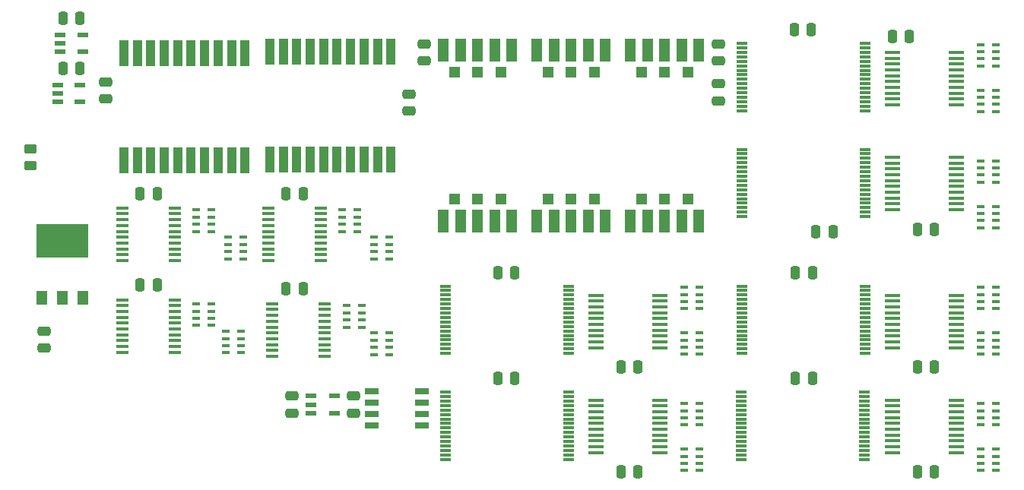
<source format=gtp>
%TF.GenerationSoftware,KiCad,Pcbnew,9.0.2*%
%TF.CreationDate,2025-06-26T09:01:07+02:00*%
%TF.ProjectId,W65C816 Opcode Display,57363543-3831-4362-904f-70636f646520,V1*%
%TF.SameCoordinates,Original*%
%TF.FileFunction,Paste,Top*%
%TF.FilePolarity,Positive*%
%FSLAX46Y46*%
G04 Gerber Fmt 4.6, Leading zero omitted, Abs format (unit mm)*
G04 Created by KiCad (PCBNEW 9.0.2) date 2025-06-26 09:01:07*
%MOMM*%
%LPD*%
G01*
G04 APERTURE LIST*
G04 Aperture macros list*
%AMRoundRect*
0 Rectangle with rounded corners*
0 $1 Rounding radius*
0 $2 $3 $4 $5 $6 $7 $8 $9 X,Y pos of 4 corners*
0 Add a 4 corners polygon primitive as box body*
4,1,4,$2,$3,$4,$5,$6,$7,$8,$9,$2,$3,0*
0 Add four circle primitives for the rounded corners*
1,1,$1+$1,$2,$3*
1,1,$1+$1,$4,$5*
1,1,$1+$1,$6,$7*
1,1,$1+$1,$8,$9*
0 Add four rect primitives between the rounded corners*
20,1,$1+$1,$2,$3,$4,$5,0*
20,1,$1+$1,$4,$5,$6,$7,0*
20,1,$1+$1,$6,$7,$8,$9,0*
20,1,$1+$1,$8,$9,$2,$3,0*%
G04 Aperture macros list end*
%ADD10RoundRect,0.250000X0.250000X0.475000X-0.250000X0.475000X-0.250000X-0.475000X0.250000X-0.475000X0*%
%ADD11R,1.200000X1.500000*%
%ADD12R,5.842000X3.810000*%
%ADD13RoundRect,0.250000X-0.250000X-0.475000X0.250000X-0.475000X0.250000X0.475000X-0.250000X0.475000X0*%
%ADD14RoundRect,0.250000X0.475000X-0.250000X0.475000X0.250000X-0.475000X0.250000X-0.475000X-0.250000X0*%
%ADD15R,1.200000X2.500000*%
%ADD16R,1.300000X1.300000*%
%ADD17R,1.500000X0.700000*%
%ADD18R,0.900000X0.450000*%
%ADD19R,1.475000X0.450000*%
%ADD20R,1.300000X0.300000*%
%ADD21RoundRect,0.250000X-0.450000X0.262500X-0.450000X-0.262500X0.450000X-0.262500X0.450000X0.262500X0*%
%ADD22R,1.250000X0.600000*%
%ADD23R,1.000000X3.000000*%
%ADD24RoundRect,0.250000X-0.475000X0.250000X-0.475000X-0.250000X0.475000X-0.250000X0.475000X0.250000X0*%
%ADD25R,1.800000X0.450000*%
%ADD26R,1.150000X0.600000*%
G04 APERTURE END LIST*
D10*
%TO.C,C22*%
X3479000Y43434000D03*
X5379000Y43434000D03*
%TD*%
D11*
%TO.C,IC2*%
X1129000Y17882000D03*
X3429000Y17882000D03*
X5729000Y17882000D03*
D12*
X3429000Y24257000D03*
%TD*%
D13*
%TO.C,C11*%
X98634000Y-1524000D03*
X100534000Y-1524000D03*
%TD*%
D14*
%TO.C,C7*%
X35814000Y5035000D03*
X35814000Y6935000D03*
%TD*%
D15*
%TO.C,DS4*%
X66685000Y26441000D03*
X68585000Y26441000D03*
X70485000Y26441000D03*
X72385000Y26441000D03*
X74285000Y26441000D03*
D16*
X73085000Y28841000D03*
X70485000Y28841000D03*
X67885000Y28841000D03*
X67885000Y43041000D03*
X70485000Y43041000D03*
X73085000Y43041000D03*
D15*
X74285000Y45441000D03*
X72385000Y45441000D03*
X70485000Y45441000D03*
X68585000Y45441000D03*
X66685000Y45441000D03*
%TD*%
D13*
%TO.C,C29*%
X65614000Y-1524000D03*
X67514000Y-1524000D03*
%TD*%
%TO.C,C16*%
X51898000Y8890000D03*
X53798000Y8890000D03*
%TD*%
D17*
%TO.C,IC18*%
X37865000Y7493000D03*
X37865000Y6223000D03*
X37865000Y4953000D03*
X37865000Y3683000D03*
X43415000Y3683000D03*
X43415000Y4953000D03*
X43415000Y6223000D03*
X43415000Y7493000D03*
%TD*%
D14*
%TO.C,C3*%
X1397000Y12274000D03*
X1397000Y14174000D03*
%TD*%
D18*
%TO.C,RN18*%
X107364000Y43701000D03*
X107364000Y44501000D03*
X107364000Y45301000D03*
X107364000Y46101000D03*
X105664000Y46101000D03*
X105664000Y45301000D03*
X105664000Y44501000D03*
X105664000Y43701000D03*
%TD*%
%TO.C,RN2*%
X107364000Y16650000D03*
X107364000Y17450000D03*
X107364000Y18250000D03*
X107364000Y19050000D03*
X105664000Y19050000D03*
X105664000Y18250000D03*
X105664000Y17450000D03*
X105664000Y16650000D03*
%TD*%
%TO.C,RN5*%
X74344000Y11570000D03*
X74344000Y12370000D03*
X74344000Y13170000D03*
X74344000Y13970000D03*
X72644000Y13970000D03*
X72644000Y13170000D03*
X72644000Y12370000D03*
X72644000Y11570000D03*
%TD*%
D13*
%TO.C,C28*%
X87331000Y25273000D03*
X89231000Y25273000D03*
%TD*%
D18*
%TO.C,RN12*%
X23329000Y11734800D03*
X23329000Y12534800D03*
X23329000Y13334800D03*
X23329000Y14134800D03*
X21629000Y14134800D03*
X21629000Y13334800D03*
X21629000Y12534800D03*
X21629000Y11734800D03*
%TD*%
%TO.C,RN8*%
X39783500Y11542300D03*
X39783500Y12342300D03*
X39783500Y13142300D03*
X39783500Y13942300D03*
X38083500Y13942300D03*
X38083500Y13142300D03*
X38083500Y12342300D03*
X38083500Y11542300D03*
%TD*%
D19*
%TO.C,IC15*%
X10087500Y17657000D03*
X10087500Y17007000D03*
X10087500Y16357000D03*
X10087500Y15707000D03*
X10087500Y15057000D03*
X10087500Y14407000D03*
X10087500Y13757000D03*
X10087500Y13107000D03*
X10087500Y12457000D03*
X10087500Y11807000D03*
X15963500Y11807000D03*
X15963500Y12457000D03*
X15963500Y13107000D03*
X15963500Y13757000D03*
X15963500Y14407000D03*
X15963500Y15057000D03*
X15963500Y15707000D03*
X15963500Y16357000D03*
X15963500Y17007000D03*
X15963500Y17657000D03*
%TD*%
D18*
%TO.C,RN16*%
X74344000Y-1384000D03*
X74344000Y-584000D03*
X74344000Y216000D03*
X74344000Y1016000D03*
X72644000Y1016000D03*
X72644000Y216000D03*
X72644000Y-584000D03*
X72644000Y-1384000D03*
%TD*%
D13*
%TO.C,C17*%
X98634000Y25527000D03*
X100534000Y25527000D03*
%TD*%
D18*
%TO.C,RN14*%
X20027000Y14782800D03*
X20027000Y15582800D03*
X20027000Y16382800D03*
X20027000Y17182800D03*
X18327000Y17182800D03*
X18327000Y16382800D03*
X18327000Y15582800D03*
X18327000Y14782800D03*
%TD*%
D20*
%TO.C,IC23*%
X46101000Y7366000D03*
X46101000Y6866000D03*
X46101000Y6366000D03*
X46101000Y5866000D03*
X46101000Y5366000D03*
X46101000Y4866000D03*
X46101000Y4366000D03*
X46101000Y3866000D03*
X46101000Y3366000D03*
X46101000Y2866000D03*
X46101000Y2366000D03*
X46101000Y1866000D03*
X46101000Y1366000D03*
X46101000Y866000D03*
X46101000Y366000D03*
X46101000Y-134000D03*
X59801000Y-134000D03*
X59801000Y366000D03*
X59801000Y866000D03*
X59801000Y1366000D03*
X59801000Y1866000D03*
X59801000Y2366000D03*
X59801000Y2866000D03*
X59801000Y3366000D03*
X59801000Y3866000D03*
X59801000Y4366000D03*
X59801000Y4866000D03*
X59801000Y5366000D03*
X59801000Y5866000D03*
X59801000Y6366000D03*
X59801000Y6866000D03*
X59801000Y7366000D03*
%TD*%
D18*
%TO.C,RN1*%
X107364000Y11570000D03*
X107364000Y12370000D03*
X107364000Y13170000D03*
X107364000Y13970000D03*
X105664000Y13970000D03*
X105664000Y13170000D03*
X105664000Y12370000D03*
X105664000Y11570000D03*
%TD*%
D19*
%TO.C,IC6*%
X26343500Y27878500D03*
X26343500Y27228500D03*
X26343500Y26578500D03*
X26343500Y25928500D03*
X26343500Y25278500D03*
X26343500Y24628500D03*
X26343500Y23978500D03*
X26343500Y23328500D03*
X26343500Y22678500D03*
X26343500Y22028500D03*
X32219500Y22028500D03*
X32219500Y22678500D03*
X32219500Y23328500D03*
X32219500Y23978500D03*
X32219500Y24628500D03*
X32219500Y25278500D03*
X32219500Y25928500D03*
X32219500Y26578500D03*
X32219500Y27228500D03*
X32219500Y27878500D03*
%TD*%
%TO.C,IC14*%
X26780000Y17210500D03*
X26780000Y16560500D03*
X26780000Y15910500D03*
X26780000Y15260500D03*
X26780000Y14610500D03*
X26780000Y13960500D03*
X26780000Y13310500D03*
X26780000Y12660500D03*
X26780000Y12010500D03*
X26780000Y11360500D03*
X32656000Y11360500D03*
X32656000Y12010500D03*
X32656000Y12660500D03*
X32656000Y13310500D03*
X32656000Y13960500D03*
X32656000Y14610500D03*
X32656000Y15260500D03*
X32656000Y15910500D03*
X32656000Y16560500D03*
X32656000Y17210500D03*
%TD*%
D13*
%TO.C,C27*%
X65614000Y10160000D03*
X67514000Y10160000D03*
%TD*%
D14*
%TO.C,C8*%
X76454000Y44278000D03*
X76454000Y46178000D03*
%TD*%
D13*
%TO.C,C18*%
X95840000Y46990000D03*
X97740000Y46990000D03*
%TD*%
D21*
%TO.C,R6*%
X-117000Y34440500D03*
X-117000Y32615500D03*
%TD*%
D14*
%TO.C,C4*%
X76454000Y39833000D03*
X76454000Y41733000D03*
%TD*%
D18*
%TO.C,RN3*%
X107364000Y3696000D03*
X107364000Y4496000D03*
X107364000Y5296000D03*
X107364000Y6096000D03*
X105664000Y6096000D03*
X105664000Y5296000D03*
X105664000Y4496000D03*
X105664000Y3696000D03*
%TD*%
D20*
%TO.C,IC21*%
X46101000Y19177000D03*
X46101000Y18677000D03*
X46101000Y18177000D03*
X46101000Y17677000D03*
X46101000Y17177000D03*
X46101000Y16677000D03*
X46101000Y16177000D03*
X46101000Y15677000D03*
X46101000Y15177000D03*
X46101000Y14677000D03*
X46101000Y14177000D03*
X46101000Y13677000D03*
X46101000Y13177000D03*
X46101000Y12677000D03*
X46101000Y12177000D03*
X46101000Y11677000D03*
X59801000Y11677000D03*
X59801000Y12177000D03*
X59801000Y12677000D03*
X59801000Y13177000D03*
X59801000Y13677000D03*
X59801000Y14177000D03*
X59801000Y14677000D03*
X59801000Y15177000D03*
X59801000Y15677000D03*
X59801000Y16177000D03*
X59801000Y16677000D03*
X59801000Y17177000D03*
X59801000Y17677000D03*
X59801000Y18177000D03*
X59801000Y18677000D03*
X59801000Y19177000D03*
%TD*%
D10*
%TO.C,C13*%
X5379000Y49022000D03*
X3479000Y49022000D03*
%TD*%
D22*
%TO.C,IC1*%
X3195000Y47178000D03*
X3195000Y46228000D03*
X3195000Y45278000D03*
X5695000Y45278000D03*
X5695000Y47178000D03*
%TD*%
D23*
%TO.C,DS2*%
X26505000Y33300500D03*
X28005000Y33300500D03*
X29505000Y33300500D03*
X31005000Y33300500D03*
X32505000Y33300500D03*
X34005000Y33300500D03*
X35505000Y33300500D03*
X37005000Y33300500D03*
X38505000Y33300500D03*
X40005000Y33300500D03*
X40005000Y45300500D03*
X38505000Y45300500D03*
X37005000Y45300500D03*
X35505000Y45300500D03*
X34005000Y45300500D03*
X32505000Y45300500D03*
X31005000Y45300500D03*
X29505000Y45300500D03*
X28005000Y45300500D03*
X26505000Y45300500D03*
%TD*%
D13*
%TO.C,C26*%
X84918000Y47752000D03*
X86818000Y47752000D03*
%TD*%
D14*
%TO.C,C5*%
X43688000Y44278000D03*
X43688000Y46178000D03*
%TD*%
D24*
%TO.C,C9*%
X8255000Y41955000D03*
X8255000Y40055000D03*
%TD*%
D13*
%TO.C,C21*%
X98634000Y10160000D03*
X100534000Y10160000D03*
%TD*%
D25*
%TO.C,IC9*%
X102985000Y627000D03*
X102985000Y1277000D03*
X102985000Y1927000D03*
X102985000Y2577000D03*
X102985000Y3227000D03*
X102985000Y3877000D03*
X102985000Y4527000D03*
X102985000Y5177000D03*
X102985000Y5827000D03*
X102985000Y6477000D03*
X95885000Y6477000D03*
X95885000Y5827000D03*
X95885000Y5177000D03*
X95885000Y4527000D03*
X95885000Y3877000D03*
X95885000Y3227000D03*
X95885000Y2577000D03*
X95885000Y1927000D03*
X95885000Y1277000D03*
X95885000Y627000D03*
%TD*%
D13*
%TO.C,C10*%
X85045000Y20701000D03*
X86945000Y20701000D03*
%TD*%
D14*
%TO.C,C6*%
X28956000Y5035000D03*
X28956000Y6935000D03*
%TD*%
D18*
%TO.C,RN11*%
X36227500Y25258300D03*
X36227500Y26058300D03*
X36227500Y26858300D03*
X36227500Y27658300D03*
X34527500Y27658300D03*
X34527500Y26858300D03*
X34527500Y26058300D03*
X34527500Y25258300D03*
%TD*%
%TO.C,RN20*%
X107364000Y25667000D03*
X107364000Y26467000D03*
X107364000Y27267000D03*
X107364000Y28067000D03*
X105664000Y28067000D03*
X105664000Y27267000D03*
X105664000Y26467000D03*
X105664000Y25667000D03*
%TD*%
D13*
%TO.C,C20*%
X51898000Y20701000D03*
X53798000Y20701000D03*
%TD*%
D25*
%TO.C,IC16*%
X102985000Y27678000D03*
X102985000Y28328000D03*
X102985000Y28978000D03*
X102985000Y29628000D03*
X102985000Y30278000D03*
X102985000Y30928000D03*
X102985000Y31578000D03*
X102985000Y32228000D03*
X102985000Y32878000D03*
X102985000Y33528000D03*
X95885000Y33528000D03*
X95885000Y32878000D03*
X95885000Y32228000D03*
X95885000Y31578000D03*
X95885000Y30928000D03*
X95885000Y30278000D03*
X95885000Y29628000D03*
X95885000Y28978000D03*
X95885000Y28328000D03*
X95885000Y27678000D03*
%TD*%
D22*
%TO.C,IC17*%
X2876371Y41611344D03*
X2876371Y40661344D03*
X2876371Y39711344D03*
X5376371Y39711344D03*
X5376371Y41611344D03*
%TD*%
D15*
%TO.C,DS1*%
X56271000Y26441000D03*
X58171000Y26441000D03*
X60071000Y26441000D03*
X61971000Y26441000D03*
X63871000Y26441000D03*
D16*
X62671000Y28841000D03*
X60071000Y28841000D03*
X57471000Y28841000D03*
X57471000Y43041000D03*
X60071000Y43041000D03*
X62671000Y43041000D03*
D15*
X63871000Y45441000D03*
X61971000Y45441000D03*
X60071000Y45441000D03*
X58171000Y45441000D03*
X56271000Y45441000D03*
%TD*%
D20*
%TO.C,IC4*%
X79121000Y19177000D03*
X79121000Y18677000D03*
X79121000Y18177000D03*
X79121000Y17677000D03*
X79121000Y17177000D03*
X79121000Y16677000D03*
X79121000Y16177000D03*
X79121000Y15677000D03*
X79121000Y15177000D03*
X79121000Y14677000D03*
X79121000Y14177000D03*
X79121000Y13677000D03*
X79121000Y13177000D03*
X79121000Y12677000D03*
X79121000Y12177000D03*
X79121000Y11677000D03*
X92821000Y11677000D03*
X92821000Y12177000D03*
X92821000Y12677000D03*
X92821000Y13177000D03*
X92821000Y13677000D03*
X92821000Y14177000D03*
X92821000Y14677000D03*
X92821000Y15177000D03*
X92821000Y15677000D03*
X92821000Y16177000D03*
X92821000Y16677000D03*
X92821000Y17177000D03*
X92821000Y17677000D03*
X92821000Y18177000D03*
X92821000Y18677000D03*
X92821000Y19177000D03*
%TD*%
D18*
%TO.C,RN19*%
X107364000Y30747000D03*
X107364000Y31547000D03*
X107364000Y32347000D03*
X107364000Y33147000D03*
X105664000Y33147000D03*
X105664000Y32347000D03*
X105664000Y31547000D03*
X105664000Y30747000D03*
%TD*%
D10*
%TO.C,C2*%
X30215500Y18857500D03*
X28315500Y18857500D03*
%TD*%
D18*
%TO.C,RN17*%
X107364000Y38621000D03*
X107364000Y39421000D03*
X107364000Y40221000D03*
X107364000Y41021000D03*
X105664000Y41021000D03*
X105664000Y40221000D03*
X105664000Y39421000D03*
X105664000Y38621000D03*
%TD*%
D13*
%TO.C,C12*%
X85045000Y8890000D03*
X86945000Y8890000D03*
%TD*%
D10*
%TO.C,C14*%
X13965000Y29464000D03*
X12065000Y29464000D03*
%TD*%
%TO.C,C15*%
X30215500Y29464000D03*
X28315500Y29464000D03*
%TD*%
D19*
%TO.C,IC7*%
X10087500Y27878500D03*
X10087500Y27228500D03*
X10087500Y26578500D03*
X10087500Y25928500D03*
X10087500Y25278500D03*
X10087500Y24628500D03*
X10087500Y23978500D03*
X10087500Y23328500D03*
X10087500Y22678500D03*
X10087500Y22028500D03*
X15963500Y22028500D03*
X15963500Y22678500D03*
X15963500Y23328500D03*
X15963500Y23978500D03*
X15963500Y24628500D03*
X15963500Y25278500D03*
X15963500Y25928500D03*
X15963500Y26578500D03*
X15963500Y27228500D03*
X15963500Y27878500D03*
%TD*%
D18*
%TO.C,RN7*%
X74344000Y3696000D03*
X74344000Y4496000D03*
X74344000Y5296000D03*
X74344000Y6096000D03*
X72644000Y6096000D03*
X72644000Y5296000D03*
X72644000Y4496000D03*
X72644000Y3696000D03*
%TD*%
%TO.C,RN6*%
X74344000Y16650000D03*
X74344000Y17450000D03*
X74344000Y18250000D03*
X74344000Y19050000D03*
X72644000Y19050000D03*
X72644000Y18250000D03*
X72644000Y17450000D03*
X72644000Y16650000D03*
%TD*%
D25*
%TO.C,IC12*%
X102985000Y39362000D03*
X102985000Y40012000D03*
X102985000Y40662000D03*
X102985000Y41312000D03*
X102985000Y41962000D03*
X102985000Y42612000D03*
X102985000Y43262000D03*
X102985000Y43912000D03*
X102985000Y44562000D03*
X102985000Y45212000D03*
X95885000Y45212000D03*
X95885000Y44562000D03*
X95885000Y43912000D03*
X95885000Y43262000D03*
X95885000Y42612000D03*
X95885000Y41962000D03*
X95885000Y41312000D03*
X95885000Y40662000D03*
X95885000Y40012000D03*
X95885000Y39362000D03*
%TD*%
D20*
%TO.C,IC13*%
X79121000Y34417000D03*
X79121000Y33917000D03*
X79121000Y33417000D03*
X79121000Y32917000D03*
X79121000Y32417000D03*
X79121000Y31917000D03*
X79121000Y31417000D03*
X79121000Y30917000D03*
X79121000Y30417000D03*
X79121000Y29917000D03*
X79121000Y29417000D03*
X79121000Y28917000D03*
X79121000Y28417000D03*
X79121000Y27917000D03*
X79121000Y27417000D03*
X79121000Y26917000D03*
X92821000Y26917000D03*
X92821000Y27417000D03*
X92821000Y27917000D03*
X92821000Y28417000D03*
X92821000Y28917000D03*
X92821000Y29417000D03*
X92821000Y29917000D03*
X92821000Y30417000D03*
X92821000Y30917000D03*
X92821000Y31417000D03*
X92821000Y31917000D03*
X92821000Y32417000D03*
X92821000Y32917000D03*
X92821000Y33417000D03*
X92821000Y33917000D03*
X92821000Y34417000D03*
%TD*%
%TO.C,IC8*%
X78994000Y7366000D03*
X78994000Y6866000D03*
X78994000Y6366000D03*
X78994000Y5866000D03*
X78994000Y5366000D03*
X78994000Y4866000D03*
X78994000Y4366000D03*
X78994000Y3866000D03*
X78994000Y3366000D03*
X78994000Y2866000D03*
X78994000Y2366000D03*
X78994000Y1866000D03*
X78994000Y1366000D03*
X78994000Y866000D03*
X78994000Y366000D03*
X78994000Y-134000D03*
X92694000Y-134000D03*
X92694000Y366000D03*
X92694000Y866000D03*
X92694000Y1366000D03*
X92694000Y1866000D03*
X92694000Y2366000D03*
X92694000Y2866000D03*
X92694000Y3366000D03*
X92694000Y3866000D03*
X92694000Y4366000D03*
X92694000Y4866000D03*
X92694000Y5366000D03*
X92694000Y5866000D03*
X92694000Y6366000D03*
X92694000Y6866000D03*
X92694000Y7366000D03*
%TD*%
D18*
%TO.C,RN4*%
X107364000Y-1384000D03*
X107364000Y-584000D03*
X107364000Y216000D03*
X107364000Y1016000D03*
X105664000Y1016000D03*
X105664000Y216000D03*
X105664000Y-584000D03*
X105664000Y-1384000D03*
%TD*%
D25*
%TO.C,IC22*%
X69965000Y12311000D03*
X69965000Y12961000D03*
X69965000Y13611000D03*
X69965000Y14261000D03*
X69965000Y14911000D03*
X69965000Y15561000D03*
X69965000Y16211000D03*
X69965000Y16861000D03*
X69965000Y17511000D03*
X69965000Y18161000D03*
X62865000Y18161000D03*
X62865000Y17511000D03*
X62865000Y16861000D03*
X62865000Y16211000D03*
X62865000Y15561000D03*
X62865000Y14911000D03*
X62865000Y14261000D03*
X62865000Y13611000D03*
X62865000Y12961000D03*
X62865000Y12311000D03*
%TD*%
%TO.C,IC24*%
X69965000Y627000D03*
X69965000Y1277000D03*
X69965000Y1927000D03*
X69965000Y2577000D03*
X69965000Y3227000D03*
X69965000Y3877000D03*
X69965000Y4527000D03*
X69965000Y5177000D03*
X69965000Y5827000D03*
X69965000Y6477000D03*
X62865000Y6477000D03*
X62865000Y5827000D03*
X62865000Y5177000D03*
X62865000Y4527000D03*
X62865000Y3877000D03*
X62865000Y3227000D03*
X62865000Y2577000D03*
X62865000Y1927000D03*
X62865000Y1277000D03*
X62865000Y627000D03*
%TD*%
D15*
%TO.C,DS6*%
X45857000Y26441000D03*
X47757000Y26441000D03*
X49657000Y26441000D03*
X51557000Y26441000D03*
X53457000Y26441000D03*
D16*
X52257000Y28841000D03*
X49657000Y28841000D03*
X47057000Y28841000D03*
X47057000Y43041000D03*
X49657000Y43041000D03*
X52257000Y43041000D03*
D15*
X53457000Y45441000D03*
X51557000Y45441000D03*
X49657000Y45441000D03*
X47757000Y45441000D03*
X45857000Y45441000D03*
%TD*%
D20*
%TO.C,IC11*%
X79121000Y46228000D03*
X79121000Y45728000D03*
X79121000Y45228000D03*
X79121000Y44728000D03*
X79121000Y44228000D03*
X79121000Y43728000D03*
X79121000Y43228000D03*
X79121000Y42728000D03*
X79121000Y42228000D03*
X79121000Y41728000D03*
X79121000Y41228000D03*
X79121000Y40728000D03*
X79121000Y40228000D03*
X79121000Y39728000D03*
X79121000Y39228000D03*
X79121000Y38728000D03*
X92821000Y38728000D03*
X92821000Y39228000D03*
X92821000Y39728000D03*
X92821000Y40228000D03*
X92821000Y40728000D03*
X92821000Y41228000D03*
X92821000Y41728000D03*
X92821000Y42228000D03*
X92821000Y42728000D03*
X92821000Y43228000D03*
X92821000Y43728000D03*
X92821000Y44228000D03*
X92821000Y44728000D03*
X92821000Y45228000D03*
X92821000Y45728000D03*
X92821000Y46228000D03*
%TD*%
D10*
%TO.C,C19*%
X13959500Y19304000D03*
X12059500Y19304000D03*
%TD*%
D24*
%TO.C,C23*%
X42037000Y40558000D03*
X42037000Y38658000D03*
%TD*%
D18*
%TO.C,RN15*%
X19971500Y25258300D03*
X19971500Y26058300D03*
X19971500Y26858300D03*
X19971500Y27658300D03*
X18271500Y27658300D03*
X18271500Y26858300D03*
X18271500Y26058300D03*
X18271500Y25258300D03*
%TD*%
%TO.C,RN9*%
X39783500Y22210300D03*
X39783500Y23010300D03*
X39783500Y23810300D03*
X39783500Y24610300D03*
X38083500Y24610300D03*
X38083500Y23810300D03*
X38083500Y23010300D03*
X38083500Y22210300D03*
%TD*%
%TO.C,RN10*%
X36791000Y14590300D03*
X36791000Y15390300D03*
X36791000Y16190300D03*
X36791000Y16990300D03*
X35091000Y16990300D03*
X35091000Y16190300D03*
X35091000Y15390300D03*
X35091000Y14590300D03*
%TD*%
%TO.C,RN13*%
X23527500Y22210300D03*
X23527500Y23010300D03*
X23527500Y23810300D03*
X23527500Y24610300D03*
X21827500Y24610300D03*
X21827500Y23810300D03*
X21827500Y23010300D03*
X21827500Y22210300D03*
%TD*%
D26*
%TO.C,IC10*%
X31085000Y6919000D03*
X31085000Y5969000D03*
X31085000Y5019000D03*
X33685000Y5019000D03*
X33685000Y6919000D03*
%TD*%
D23*
%TO.C,DS3*%
X10249000Y33173500D03*
X11749000Y33173500D03*
X13249000Y33173500D03*
X14749000Y33173500D03*
X16249000Y33173500D03*
X17749000Y33173500D03*
X19249000Y33173500D03*
X20749000Y33173500D03*
X22249000Y33173500D03*
X23749000Y33173500D03*
X23749000Y45173500D03*
X22249000Y45173500D03*
X20749000Y45173500D03*
X19249000Y45173500D03*
X17749000Y45173500D03*
X16249000Y45173500D03*
X14749000Y45173500D03*
X13249000Y45173500D03*
X11749000Y45173500D03*
X10249000Y45173500D03*
%TD*%
D25*
%TO.C,IC5*%
X102985000Y12311000D03*
X102985000Y12961000D03*
X102985000Y13611000D03*
X102985000Y14261000D03*
X102985000Y14911000D03*
X102985000Y15561000D03*
X102985000Y16211000D03*
X102985000Y16861000D03*
X102985000Y17511000D03*
X102985000Y18161000D03*
X95885000Y18161000D03*
X95885000Y17511000D03*
X95885000Y16861000D03*
X95885000Y16211000D03*
X95885000Y15561000D03*
X95885000Y14911000D03*
X95885000Y14261000D03*
X95885000Y13611000D03*
X95885000Y12961000D03*
X95885000Y12311000D03*
%TD*%
M02*

</source>
